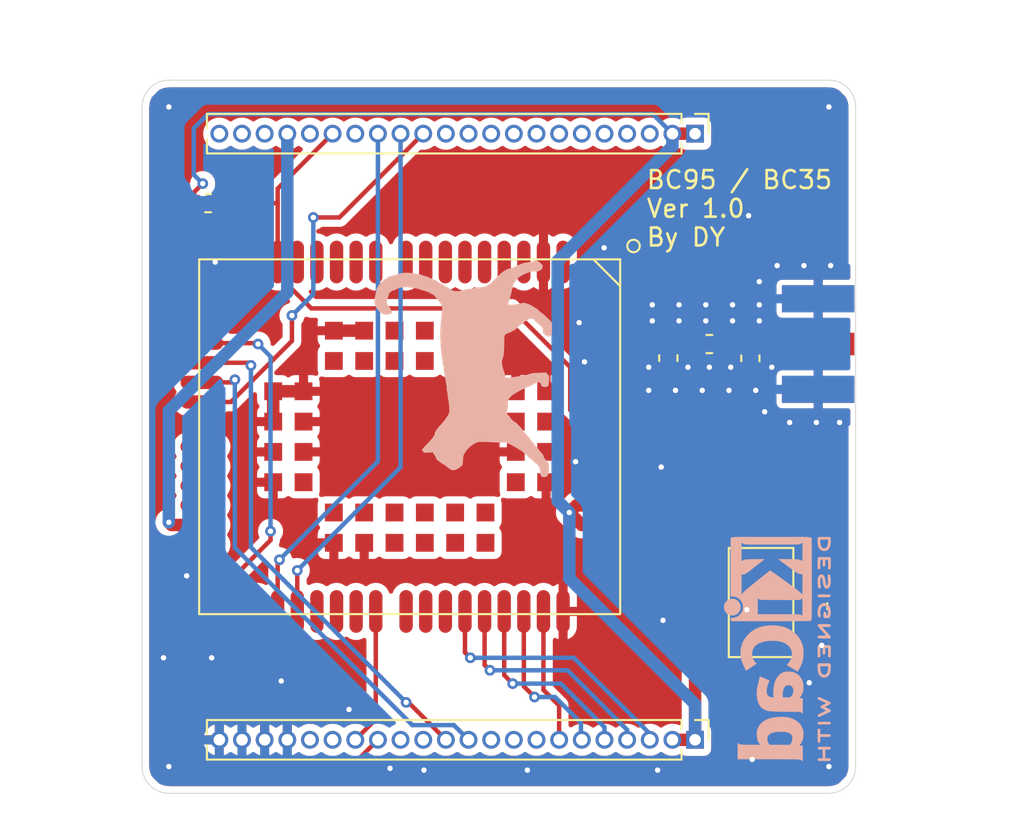
<source format=kicad_pcb>
(kicad_pcb (version 20190905) (host pcbnew "5.99.0-unknown-df3fabf~86~ubuntu18.04.1")
  (layers (0 "F.Cu" signal) (31 "B.Cu" signal) (34 "B.Paste" user) (35 "F.Paste" user) (36 "B.SilkS" user) (37 "F.SilkS" user) (38 "B.Mask" user) (39 "F.Mask" user) (44 "Edge.Cuts" user))
  (net 0 "")
  (net 1 "GND")
  (net 2 "/M_RESET")
  (net 3 "Net-(C2-Pad1)")
  (net 4 "Net-(C3-Pad1)")
  (net 5 "/M_VDD_OUT")
  (net 6 "/M_MAIN_UART_Rx")
  (net 7 "/M_MAIN_UART_Tx")
  (net 8 "/M_ADC")
  (net 9 "+3V3")
  (net 10 "/M_RI")
  (net 11 "/M_NET_LED")
  (net 12 "/M_DBG_UART_Rx")
  (net 13 "/M_DBG_UART_TX")
  (net 14 "/SIM_GND")
  (net 15 "/SIM_CLK")
  (net 16 "/SIM_IO")
  (net 17 "/SIM_RST")
  (net 18 "/V_SIM")
  (module "Symbol:KiCad-Logo2_5mm_SilkScreen" (layer "B.Cu") (at 165.6 111.9 -90)
    (fp_text reference "REF**" hide)
    (fp_text value "KiCad-Logo2_5mm_SilkScreen" hide)
  )
  (module "LTD_Customized:Cat-Logo" (layer "B.Cu") (at 148 96.2 -90)
    (fp_text reference "G***" hide)
    (fp_text value "LOGO" hide)
  )
  (module "LTD_Customized:Quectel_BC95_BC35" (layer "F.Cu") (at 145 100 -90)
    (fp_text reference "U1" hide)
    (fp_text value "BC95")
    (pad "64" smd rect (at 2.55 7.65 180) (size 1 1) (layers "F.Cu" "F.Paste" "F.Mask") (net 1 "GND"))
    (pad "63" smd rect (at 0.85 7.65 180) (size 1 1) (layers "F.Cu" "F.Paste" "F.Mask") (net 1 "GND"))
    (pad "62" smd rect (at -0.85 7.65 180) (size 1 1) (layers "F.Cu" "F.Paste" "F.Mask") (net 1 "GND"))
    (pad "84" smd rect (at 2.55 5.95 180) (size 1 1) (layers "F.Cu" "F.Paste" "F.Mask"))
    (pad "83" smd rect (at 0.85 5.95 180) (size 1 1) (layers "F.Cu" "F.Paste" "F.Mask") (net 1 "GND"))
    (pad "82" smd rect (at -0.85 5.95 180) (size 1 1) (layers "F.Cu" "F.Paste" "F.Mask") (net 1 "GND"))
    (pad "91" smd rect (at 2.55 -5.95) (size 1 1) (layers "F.Cu" "F.Paste" "F.Mask"))
    (pad "92" smd rect (at 0.85 -5.95) (size 1 1) (layers "F.Cu" "F.Paste" "F.Mask") (net 1 "GND"))
    (pad "93" smd rect (at -0.85 -5.95) (size 1 1) (layers "F.Cu" "F.Paste" "F.Mask") (net 1 "GND"))
    (pad "71" smd rect (at 2.55 -7.65) (size 1 1) (layers "F.Cu" "F.Paste" "F.Mask") (net 1 "GND"))
    (pad "72" smd rect (at 0.85 -7.65) (size 1 1) (layers "F.Cu" "F.Paste" "F.Mask") (net 1 "GND"))
    (pad "73" smd rect (at -0.85 -7.65) (size 1 1) (layers "F.Cu" "F.Paste" "F.Mask") (net 1 "GND"))
    (pad "65" smd rect (at 5.95 4.25 90) (size 1 1) (layers "F.Cu" "F.Paste" "F.Mask") (net 1 "GND"))
    (pad "66" smd rect (at 5.95 2.55 90) (size 1 1) (layers "F.Cu" "F.Paste" "F.Mask") (net 1 "GND"))
    (pad "67" smd rect (at 5.95 0.85 90) (size 1 1) (layers "F.Cu" "F.Paste" "F.Mask"))
    (pad "68" smd rect (at 5.95 -0.85 90) (size 1 1) (layers "F.Cu" "F.Paste" "F.Mask"))
    (pad "69" smd rect (at 5.95 -2.55 90) (size 1 1) (layers "F.Cu" "F.Paste" "F.Mask"))
    (pad "85" smd rect (at 4.25 4.25 90) (size 1 1) (layers "F.Cu" "F.Paste" "F.Mask"))
    (pad "86" smd rect (at 4.25 2.55 90) (size 1 1) (layers "F.Cu" "F.Paste" "F.Mask"))
    (pad "87" smd rect (at 4.25 0.85 90) (size 1 1) (layers "F.Cu" "F.Paste" "F.Mask"))
    (pad "88" smd rect (at 4.25 -0.85 90) (size 1 1) (layers "F.Cu" "F.Paste" "F.Mask"))
    (pad "89" smd rect (at 4.25 -2.55 90) (size 1 1) (layers "F.Cu" "F.Paste" "F.Mask"))
    (pad "80" smd rect (at -4.25 4.25 270) (size 1 1) (layers "F.Cu" "F.Paste" "F.Mask"))
    (pad "79" smd rect (at -4.25 2.55 270) (size 1 1) (layers "F.Cu" "F.Paste" "F.Mask"))
    (pad "78" smd rect (at -4.25 0.85 270) (size 1 1) (layers "F.Cu" "F.Paste" "F.Mask"))
    (pad "77" smd rect (at -4.25 -0.85 270) (size 1 1) (layers "F.Cu" "F.Paste" "F.Mask"))
    (pad "76" smd rect (at -4.25 -2.55 270) (size 1 1) (layers "F.Cu" "F.Paste" "F.Mask"))
    (pad "60" smd rect (at -5.95 4.25 270) (size 1 1) (layers "F.Cu" "F.Paste" "F.Mask") (net 1 "GND"))
    (pad "59" smd rect (at -5.95 2.55 270) (size 1 1) (layers "F.Cu" "F.Paste" "F.Mask") (net 1 "GND"))
    (pad "58" smd rect (at -5.95 0.85 270) (size 1 1) (layers "F.Cu" "F.Paste" "F.Mask"))
    (pad "57" smd rect (at -5.95 -0.85 270) (size 1 1) (layers "F.Cu" "F.Paste" "F.Mask"))
    (pad "56" smd rect (at -5.95 -2.55 270) (size 1 1) (layers "F.Cu" "F.Paste" "F.Mask"))
    (pad "81" smd rect (at -2.55 5.95 180) (size 1 1) (layers "F.Cu" "F.Paste" "F.Mask") (net 1 "GND"))
    (pad "61" smd rect (at -2.55 7.65 180) (size 1 1) (layers "F.Cu" "F.Paste" "F.Mask") (net 1 "GND"))
    (pad "90" smd rect (at 4.25 -4.25 90) (size 1 1) (layers "F.Cu" "F.Paste" "F.Mask"))
    (pad "70" smd rect (at 5.95 -4.25 90) (size 1 1) (layers "F.Cu" "F.Paste" "F.Mask"))
    (pad "74" smd rect (at -2.55 -7.65) (size 1 1) (layers "F.Cu" "F.Paste" "F.Mask") (net 1 "GND"))
    (pad "94" smd rect (at -2.55 -5.95) (size 1 1) (layers "F.Cu" "F.Paste" "F.Mask") (net 1 "GND"))
    (pad "55" smd rect (at -5.95 -4.25 270) (size 1 1) (layers "F.Cu" "F.Paste" "F.Mask"))
    (pad "75" smd rect (at -4.25 -4.25 270) (size 1 1) (layers "F.Cu" "F.Paste" "F.Mask"))
    (pad "43" smd oval (at 9.8 -8.6 270) (size 2.4 0.75) (layers "F.Cu" "F.Paste" "F.Mask") (net 1 "GND"))
    (pad "42" smd oval (at 9.8 -7.5 270) (size 2.4 0.75) (layers "F.Cu" "F.Paste" "F.Mask") (net 14 "/SIM_GND"))
    (pad "41" smd oval (at 9.8 -6.4 270) (size 2.4 0.75) (layers "F.Cu" "F.Paste" "F.Mask") (net 15 "/SIM_CLK"))
    (pad "40" smd oval (at 9.8 -5.3 270) (size 2.4 0.75) (layers "F.Cu" "F.Paste" "F.Mask") (net 16 "/SIM_IO"))
    (pad "39" smd oval (at 9.8 -4.2 270) (size 2.4 0.75) (layers "F.Cu" "F.Paste" "F.Mask") (net 17 "/SIM_RST"))
    (pad "38" smd oval (at 9.8 -3.1 270) (size 2.4 0.75) (layers "F.Cu" "F.Paste" "F.Mask") (net 18 "/V_SIM"))
    (pad "37" smd oval (at 9.8 -2 270) (size 2.4 0.75) (layers "F.Cu" "F.Paste" "F.Mask"))
    (pad "36" smd oval (at 9.8 -0.9 270) (size 2.4 0.75) (layers "F.Cu" "F.Paste" "F.Mask"))
    (pad "34" smd oval (at 9.8 1.9 270) (size 2.4 0.75) (layers "F.Cu" "F.Paste" "F.Mask") (net 10 "/M_RI"))
    (pad "33" smd oval (at 9.8 3 270) (size 2.4 0.75) (layers "F.Cu" "F.Paste" "F.Mask"))
    (pad "32" smd oval (at 9.8 4.1 270) (size 2.4 0.75) (layers "F.Cu" "F.Paste" "F.Mask"))
    (pad "31" smd oval (at 9.8 5.2 270) (size 2.4 0.75) (layers "F.Cu" "F.Paste" "F.Mask"))
    (pad "30" smd oval (at 9.8 6.3 270) (size 2.4 0.75) (layers "F.Cu" "F.Paste" "F.Mask") (net 7 "/M_MAIN_UART_Tx"))
    (pad "29" smd oval (at 9.8 7.4 270) (size 2.4 0.75) (layers "F.Cu" "F.Paste" "F.Mask") (net 6 "/M_MAIN_UART_Rx"))
    (pad "22" smd oval (at 0.55 11.65) (size 2.4 0.75) (layers "F.Cu" "F.Paste" "F.Mask"))
    (pad "23" smd oval (at 1.65 11.65) (size 2.4 0.75) (layers "F.Cu" "F.Paste" "F.Mask"))
    (pad "24" smd oval (at 2.75 11.65) (size 2.4 0.75) (layers "F.Cu" "F.Paste" "F.Mask"))
    (pad "25" smd oval (at 3.85 11.65) (size 2.4 0.75) (layers "F.Cu" "F.Paste" "F.Mask"))
    (pad "26" smd oval (at 4.95 11.65) (size 2.4 0.75) (layers "F.Cu" "F.Paste" "F.Mask") (net 5 "/M_VDD_OUT"))
    (pad "50" smd oval (at -1.95 -11.65) (size 2.4 0.75) (layers "F.Cu" "F.Paste" "F.Mask"))
    (pad "51" smd oval (at -3.05 -11.65) (size 2.4 0.75) (layers "F.Cu" "F.Paste" "F.Mask") (net 1 "GND"))
    (pad "52" smd oval (at -4.15 -11.65) (size 2.4 0.75) (layers "F.Cu" "F.Paste" "F.Mask") (net 1 "GND"))
    (pad "53" smd oval (at -5.25 -11.65) (size 2.4 0.75) (layers "F.Cu" "F.Paste" "F.Mask") (net 3 "Net-(C2-Pad1)"))
    (pad "49" smd oval (at 0.55 -11.65) (size 2.4 0.75) (layers "F.Cu" "F.Paste" "F.Mask"))
    (pad "48" smd oval (at 1.65 -11.65) (size 2.4 0.75) (layers "F.Cu" "F.Paste" "F.Mask") (net 1 "GND"))
    (pad "47" smd oval (at 2.75 -11.65) (size 2.4 0.75) (layers "F.Cu" "F.Paste" "F.Mask") (net 1 "GND"))
    (pad "46" smd oval (at 3.85 -11.65) (size 2.4 0.75) (layers "F.Cu" "F.Paste" "F.Mask") (net 9 "+3V3"))
    (pad "45" smd oval (at 4.95 -11.65) (size 2.4 0.75) (layers "F.Cu" "F.Paste" "F.Mask") (net 9 "+3V3"))
    (pad "21" smd oval (at -1.95 11.65) (size 2.4 0.75) (layers "F.Cu" "F.Paste" "F.Mask") (net 8 "/M_ADC"))
    (pad "20" smd oval (at -3.05 11.65) (size 2.4 0.75) (layers "F.Cu" "F.Paste" "F.Mask") (net 13 "/M_DBG_UART_TX"))
    (pad "19" smd oval (at -4.15 11.65) (size 2.4 0.75) (layers "F.Cu" "F.Paste" "F.Mask") (net 12 "/M_DBG_UART_Rx"))
    (pad "18" smd oval (at -5.25 11.65) (size 2.4 0.75) (layers "F.Cu" "F.Paste" "F.Mask") (net 11 "/M_NET_LED"))
    (pad "27" smd oval (at 6.05 11.65) (size 2.4 0.75) (layers "F.Cu" "F.Paste" "F.Mask"))
    (pad "44" smd oval (at 6.05 -11.65) (size 2.4 0.75) (layers "F.Cu" "F.Paste" "F.Mask"))
    (pad "54" smd oval (at -6.35 -11.65) (size 2.4 0.75) (layers "F.Cu" "F.Paste" "F.Mask") (net 1 "GND"))
    (pad "17" smd oval (at -6.35 11.65) (size 2.4 0.75) (layers "F.Cu" "F.Paste" "F.Mask"))
    (pad "28" smd oval (at 9.8 8.5 270) (size 2.4 0.75) (layers "F.Cu" "F.Paste" "F.Mask"))
    (pad "35" smd oval (at 9.8 0.2 270) (size 2.4 0.75) (layers "F.Cu" "F.Paste" "F.Mask"))
    (pad "16" smd oval (at -9.8 8.5 270) (size 2.4 0.75) (layers "F.Cu" "F.Paste" "F.Mask"))
    (pad "15" smd oval (at -9.8 7.4 270) (size 2.4 0.75) (layers "F.Cu" "F.Paste" "F.Mask") (net 2 "/M_RESET"))
    (pad "14" smd oval (at -9.8 6.3 270) (size 2.4 0.75) (layers "F.Cu" "F.Paste" "F.Mask"))
    (pad "13" smd oval (at -9.8 5.2 270) (size 2.4 0.75) (layers "F.Cu" "F.Paste" "F.Mask"))
    (pad "12" smd oval (at -9.8 4.1 270) (size 2.4 0.75) (layers "F.Cu" "F.Paste" "F.Mask"))
    (pad "11" smd oval (at -9.8 3 270) (size 2.4 0.75) (layers "F.Cu" "F.Paste" "F.Mask"))
    (pad "10" smd oval (at -9.8 1.9 270) (size 2.4 0.75) (layers "F.Cu" "F.Paste" "F.Mask"))
    (pad "9" smd oval (at -9.8 0.2 270) (size 2.4 0.75) (layers "F.Cu" "F.Paste" "F.Mask"))
    (pad "8" smd oval (at -9.8 -0.9 270) (size 2.4 0.75) (layers "F.Cu" "F.Paste" "F.Mask"))
    (pad "7" smd oval (at -9.8 -2 270) (size 2.4 0.75) (layers "F.Cu" "F.Paste" "F.Mask"))
    (pad "6" smd oval (at -9.8 -3.1 270) (size 2.4 0.75) (layers "F.Cu" "F.Paste" "F.Mask"))
    (pad "5" smd oval (at -9.8 -4.2 270) (size 2.4 0.75) (layers "F.Cu" "F.Paste" "F.Mask"))
    (pad "4" smd oval (at -9.8 -5.3 270) (size 2.4 0.75) (layers "F.Cu" "F.Paste" "F.Mask"))
    (pad "3" smd oval (at -9.8 -6.4 270) (size 2.4 0.75) (layers "F.Cu" "F.Paste" "F.Mask"))
    (pad "2" smd oval (at -9.8 -7.5 270) (size 2.4 0.75) (layers "F.Cu" "F.Paste" "F.Mask") (net 1 "GND"))
    (pad "1" smd oval (at -9.8 -8.6 270) (size 2.4 0.75) (layers "F.Cu" "F.Paste" "F.Mask"))
  )
  (module "Button_Switch_SMD:SW_SPST_FSMSM" (layer "F.Cu") (at 164.7 109.3 90)
    (fp_text reference "SW1" hide)
    (fp_text value "SW_Push")
    (pad "2" smd rect (at 4.59 0 90) (size 2.18 1.6) (layers "F.Cu" "F.Paste" "F.Mask") (net 2 "/M_RESET"))
    (pad "1" smd rect (at -4.59 0 90) (size 2.18 1.6) (layers "F.Cu" "F.Paste" "F.Mask") (net 1 "GND"))
  )
  (module "Resistor_SMD:R_0603_1608Metric" (layer "F.Cu") (at 133.7 86.9 180)
    (fp_text reference "R2" hide)
    (fp_text value "10k")
    (pad "2" smd roundrect (at 0.7875 0 180) (size 0.875 0.95) (layers "F.Cu" "F.Paste" "F.Mask") (net 9 "+3V3"))
    (pad "1" smd roundrect (at -0.7875 0 180) (size 0.875 0.95) (layers "F.Cu" "F.Paste" "F.Mask") (net 2 "/M_RESET"))
  )
  (module "Resistor_SMD:R_0603_1608Metric" (layer "F.Cu") (at 161.8 94.8 180)
    (fp_text reference "R1" hide)
    (fp_text value "0")
    (pad "2" smd roundrect (at 0.7875 0 180) (size 0.875 0.95) (layers "F.Cu" "F.Paste" "F.Mask") (net 3 "Net-(C2-Pad1)"))
    (pad "1" smd roundrect (at -0.7875 0 180) (size 0.875 0.95) (layers "F.Cu" "F.Paste" "F.Mask") (net 4 "Net-(C3-Pad1)"))
  )
  (module "Connector_PinHeader_1.27mm:PinHeader_1x22_P1.27mm_Vertical" (layer "F.Cu") (at 161 117 -90)
    (fp_text reference "J3" hide)
    (fp_text value "Right_Conn")
    (pad "22" thru_hole oval (at 0 26.67 270) (size 1 1) (drill 0.65) (layers *.Cu *.Mask) (net 1 "GND"))
    (pad "21" thru_hole oval (at 0 25.4 270) (size 1 1) (drill 0.65) (layers *.Cu *.Mask) (net 1 "GND"))
    (pad "20" thru_hole oval (at 0 24.13 270) (size 1 1) (drill 0.65) (layers *.Cu *.Mask) (net 1 "GND"))
    (pad "19" thru_hole oval (at 0 22.86 270) (size 1 1) (drill 0.65) (layers *.Cu *.Mask) (net 1 "GND"))
    (pad "18" thru_hole oval (at 0 21.59 270) (size 1 1) (drill 0.65) (layers *.Cu *.Mask))
    (pad "17" thru_hole oval (at 0 20.32 270) (size 1 1) (drill 0.65) (layers *.Cu *.Mask))
    (pad "16" thru_hole oval (at 0 19.05 270) (size 1 1) (drill 0.65) (layers *.Cu *.Mask) (net 10 "/M_RI"))
    (pad "15" thru_hole oval (at 0 17.78 270) (size 1 1) (drill 0.65) (layers *.Cu *.Mask) (net 11 "/M_NET_LED"))
    (pad "14" thru_hole oval (at 0 16.51 270) (size 1 1) (drill 0.65) (layers *.Cu *.Mask))
    (pad "13" thru_hole oval (at 0 15.24 270) (size 1 1) (drill 0.65) (layers *.Cu *.Mask))
    (pad "12" thru_hole oval (at 0 13.97 270) (size 1 1) (drill 0.65) (layers *.Cu *.Mask) (net 12 "/M_DBG_UART_Rx"))
    (pad "11" thru_hole oval (at 0 12.7 270) (size 1 1) (drill 0.65) (layers *.Cu *.Mask) (net 13 "/M_DBG_UART_TX"))
    (pad "10" thru_hole oval (at 0 11.43 270) (size 1 1) (drill 0.65) (layers *.Cu *.Mask))
    (pad "9" thru_hole oval (at 0 10.16 270) (size 1 1) (drill 0.65) (layers *.Cu *.Mask))
    (pad "8" thru_hole oval (at 0 8.89 270) (size 1 1) (drill 0.65) (layers *.Cu *.Mask))
    (pad "7" thru_hole oval (at 0 7.62 270) (size 1 1) (drill 0.65) (layers *.Cu *.Mask) (net 14 "/SIM_GND"))
    (pad "6" thru_hole oval (at 0 6.35 270) (size 1 1) (drill 0.65) (layers *.Cu *.Mask) (net 15 "/SIM_CLK"))
    (pad "5" thru_hole oval (at 0 5.08 270) (size 1 1) (drill 0.65) (layers *.Cu *.Mask) (net 16 "/SIM_IO"))
    (pad "4" thru_hole oval (at 0 3.81 270) (size 1 1) (drill 0.65) (layers *.Cu *.Mask) (net 17 "/SIM_RST"))
    (pad "3" thru_hole oval (at 0 2.54 270) (size 1 1) (drill 0.65) (layers *.Cu *.Mask) (net 18 "/V_SIM"))
    (pad "2" thru_hole oval (at 0 1.27 270) (size 1 1) (drill 0.65) (layers *.Cu *.Mask) (net 9 "+3V3"))
    (pad "1" thru_hole rect (at 0 0 270) (size 1 1) (drill 0.65) (layers *.Cu *.Mask) (net 9 "+3V3"))
  )
  (module "Connector_PinHeader_1.27mm:PinHeader_1x22_P1.27mm_Vertical" (layer "F.Cu") (at 161 83 -90)
    (fp_text reference "J2" hide)
    (fp_text value "Left_Conn")
    (pad "22" thru_hole oval (at 0 26.67 270) (size 1 1) (drill 0.65) (layers *.Cu *.Mask))
    (pad "21" thru_hole oval (at 0 25.4 270) (size 1 1) (drill 0.65) (layers *.Cu *.Mask))
    (pad "20" thru_hole oval (at 0 24.13 270) (size 1 1) (drill 0.65) (layers *.Cu *.Mask))
    (pad "19" thru_hole oval (at 0 22.86 270) (size 1 1) (drill 0.65) (layers *.Cu *.Mask) (net 5 "/M_VDD_OUT"))
    (pad "18" thru_hole oval (at 0 21.59 270) (size 1 1) (drill 0.65) (layers *.Cu *.Mask))
    (pad "17" thru_hole oval (at 0 20.32 270) (size 1 1) (drill 0.65) (layers *.Cu *.Mask) (net 2 "/M_RESET"))
    (pad "16" thru_hole oval (at 0 19.05 270) (size 1 1) (drill 0.65) (layers *.Cu *.Mask))
    (pad "15" thru_hole oval (at 0 17.78 270) (size 1 1) (drill 0.65) (layers *.Cu *.Mask) (net 6 "/M_MAIN_UART_Rx"))
    (pad "14" thru_hole oval (at 0 16.51 270) (size 1 1) (drill 0.65) (layers *.Cu *.Mask) (net 7 "/M_MAIN_UART_Tx"))
    (pad "13" thru_hole oval (at 0 15.24 270) (size 1 1) (drill 0.65) (layers *.Cu *.Mask) (net 8 "/M_ADC"))
    (pad "12" thru_hole oval (at 0 13.97 270) (size 1 1) (drill 0.65) (layers *.Cu *.Mask))
    (pad "11" thru_hole oval (at 0 12.7 270) (size 1 1) (drill 0.65) (layers *.Cu *.Mask))
    (pad "10" thru_hole oval (at 0 11.43 270) (size 1 1) (drill 0.65) (layers *.Cu *.Mask))
    (pad "9" thru_hole oval (at 0 10.16 270) (size 1 1) (drill 0.65) (layers *.Cu *.Mask))
    (pad "8" thru_hole oval (at 0 8.89 270) (size 1 1) (drill 0.65) (layers *.Cu *.Mask))
    (pad "7" thru_hole oval (at 0 7.62 270) (size 1 1) (drill 0.65) (layers *.Cu *.Mask))
    (pad "6" thru_hole oval (at 0 6.35 270) (size 1 1) (drill 0.65) (layers *.Cu *.Mask))
    (pad "5" thru_hole oval (at 0 5.08 270) (size 1 1) (drill 0.65) (layers *.Cu *.Mask))
    (pad "4" thru_hole oval (at 0 3.81 270) (size 1 1) (drill 0.65) (layers *.Cu *.Mask))
    (pad "3" thru_hole oval (at 0 2.54 270) (size 1 1) (drill 0.65) (layers *.Cu *.Mask))
    (pad "2" thru_hole oval (at 0 1.27 270) (size 1 1) (drill 0.65) (layers *.Cu *.Mask) (net 9 "+3V3"))
    (pad "1" thru_hole rect (at 0 0 270) (size 1 1) (drill 0.65) (layers *.Cu *.Mask) (net 9 "+3V3"))
  )
  (module "LTD_Customized:SMA_Antenna" (layer "F.Cu") (at 169.932 94.8 180)
    (fp_text reference "J1" hide)
    (fp_text value "1865" hide)
    (pad "GND1" smd rect (at 2.032 -2.54 270) (size 1.524 4.064) (layers "F.Cu" "F.Paste" "F.Mask") (net 1 "GND"))
    (pad "GND4" smd rect (at 2.032 2.54 270) (size 1.524 4.064) (layers "F.Cu" "F.Paste" "F.Mask") (net 1 "GND"))
    (pad "P" smd rect (at 2.032 0 270) (size 1.27 4.064) (layers "F.Cu" "F.Paste" "F.Mask") (net 4 "Net-(C3-Pad1)"))
    (pad "GND2" smd rect (at 2.032 -2.54 270) (size 1.524 4.064) (layers "B.Cu" "B.Paste" "B.Mask") (net 1 "GND"))
    (pad "GND3" smd rect (at 2.032 2.54 270) (size 1.524 4.064) (layers "B.Cu" "B.Paste" "B.Mask") (net 1 "GND"))
  )
  (module "Capacitor_SMD:C_0603_1608Metric" (layer "F.Cu") (at 164.1 95.6 -90)
    (fp_text reference "C3" hide)
    (fp_text value "100nF")
    (pad "2" smd roundrect (at 0.7875 0 270) (size 0.875 0.95) (layers "F.Cu" "F.Paste" "F.Mask") (net 1 "GND"))
    (pad "1" smd roundrect (at -0.7875 0 270) (size 0.875 0.95) (layers "F.Cu" "F.Paste" "F.Mask") (net 4 "Net-(C3-Pad1)"))
  )
  (module "Capacitor_SMD:C_0603_1608Metric" (layer "F.Cu") (at 159.5 95.5875 -90)
    (fp_text reference "C2" hide)
    (fp_text value "100nF")
    (pad "2" smd roundrect (at 0.7875 0 270) (size 0.875 0.95) (layers "F.Cu" "F.Paste" "F.Mask") (net 1 "GND"))
    (pad "1" smd roundrect (at -0.7875 0 270) (size 0.875 0.95) (layers "F.Cu" "F.Paste" "F.Mask") (net 3 "Net-(C2-Pad1)"))
  )
  (module "Capacitor_SMD:C_0603_1608Metric" (layer "F.Cu") (at 167.9 109.5 -90)
    (fp_text reference "C1" hide)
    (fp_text value "100nF")
    (pad "2" smd roundrect (at 0.7875 0 270) (size 0.875 0.95) (layers "F.Cu" "F.Paste" "F.Mask") (net 1 "GND"))
    (pad "1" smd roundrect (at -0.7875 0 270) (size 0.875 0.95) (layers "F.Cu" "F.Paste" "F.Mask") (net 2 "/M_RESET"))
  )
  (gr_text "BC95 / BC35\nVer 1.0\nBy DY" (at 158.2 87.2) (layer "F.SilkS") (effects (font (size 1 1)) (justify left)))
  (gr_line (start 170 118.5) (end 170 81.5) (layer "Edge.Cuts") (width 0.05))
  (gr_line (start 131.5 120) (end 168.5 120) (layer "Edge.Cuts") (width 0.05))
  (gr_line (start 130 81.5) (end 130 118.5) (layer "Edge.Cuts") (width 0.05))
  (gr_line (start 168.5 80) (end 131.5 80) (layer "Edge.Cuts") (width 0.05))
  (gr_arc (start 168.5 81.5) (end 170 81.5) (angle -90) (layer "Edge.Cuts") (width 0.05))
  (gr_arc (start 168.5 118.5) (end 168.5 120) (angle -90) (layer "Edge.Cuts") (width 0.05))
  (gr_arc (start 131.5 118.5) (end 130 118.5) (angle -90) (layer "Edge.Cuts") (width 0.05))
  (gr_arc (start 131.5 81.5) (end 131.5 80) (angle -90) (layer "Edge.Cuts") (width 0.05))
  (segment (start 161.0125 94.8) (end 159.5 94.8) (width 1.29) (layer "F.Cu") (net 3))
  (segment (start 167.9 94.8) (end 162.60251 94.8) (width 1.29) (layer "F.Cu") (net 4))
  (segment (start 159.5 94.8) (end 158.4 94.8) (width 1.29) (layer "F.Cu") (net 3))
  (segment (start 158.35 94.75) (end 156.65 94.75) (width 0.8) (layer "F.Cu") (net 3))
  (segment (start 158.4 94.8) (end 158.35 94.75) (width 0.8) (layer "F.Cu") (net 3))
  (segment (start 152.5 109.8) (end 152.5 114.2) (width 0.25) (layer "F.Cu") (net 14))
  (segment (start 153.38 115.08) (end 153.38 117) (width 0.25) (layer "F.Cu") (net 14))
  (segment (start 152.5 114.2) (end 153.38 115.08) (width 0.25) (layer "F.Cu") (net 14))
  (via (at 152 114.6) (size 0.6) (drill 0.3) (layers "F.Cu" "B.Cu") (net 15))
  (segment (start 151.4 109.8) (end 151.4 114) (width 0.25) (layer "F.Cu") (net 15))
  (segment (start 151.4 114) (end 152 114.6) (width 0.25) (layer "F.Cu") (net 15))
  (via (at 150.775 113.848415) (size 0.6) (drill 0.3) (layers "F.Cu" "B.Cu") (net 16))
  (segment (start 153.475521 113.848415) (end 150.775 113.848415) (width 0.25) (layer "B.Cu") (net 16))
  (segment (start 155.92 117) (end 155.92 116.292894) (width 0.25) (layer "B.Cu") (net 16))
  (segment (start 155.92 116.292894) (end 153.475521 113.848415) (width 0.25) (layer "B.Cu") (net 16))
  (segment (start 150.3 113.373415) (end 150.3 109.8) (width 0.25) (layer "F.Cu") (net 16))
  (segment (start 150.775 113.848415) (end 150.3 113.373415) (width 0.25) (layer "F.Cu") (net 16))
  (via (at 149.5 113.1) (size 0.6) (drill 0.3) (layers "F.Cu" "B.Cu") (net 17))
  (segment (start 149.5 113.1) (end 149.2 112.8) (width 0.25) (layer "F.Cu") (net 17))
  (segment (start 149.2 112.8) (end 149.2 109.8) (width 0.25) (layer "F.Cu") (net 17))
  (via (at 148.4 112.4) (size 0.6) (drill 0.3) (layers "F.Cu" "B.Cu") (net 18))
  (segment (start 148.4 112.4) (end 148.1 112.1) (width 0.25) (layer "F.Cu") (net 18))
  (segment (start 148.1 112.1) (end 148.1 109.8) (width 0.25) (layer "F.Cu") (net 18))
  (segment (start 154.2 112.4) (end 148.4 112.4) (width 0.25) (layer "B.Cu") (net 18))
  (segment (start 158.4 116.6) (end 154.2 112.4) (width 0.25) (layer "B.Cu") (net 18))
  (segment (start 158.46 117) (end 158.4 116.94) (width 0.25) (layer "B.Cu") (net 18))
  (segment (start 158.4 116.94) (end 158.4 116.6) (width 0.25) (layer "B.Cu") (net 18))
  (segment (start 154.6 116.95) (end 154.65 117) (width 0.25) (layer "B.Cu") (net 15))
  (segment (start 154.6 116.05) (end 154.6 116.95) (width 0.25) (layer "B.Cu") (net 15))
  (segment (start 152 114.6) (end 153.15 114.6) (width 0.25) (layer "B.Cu") (net 15))
  (segment (start 153.15 114.6) (end 154.6 116.05) (width 0.25) (layer "B.Cu") (net 15))
  (segment (start 153.85 113.1) (end 149.5 113.1) (width 0.25) (layer "B.Cu") (net 17))
  (segment (start 157.19 117) (end 157.19 116.44) (width 0.25) (layer "B.Cu") (net 17))
  (segment (start 157.19 116.44) (end 153.85 113.1) (width 0.25) (layer "B.Cu") (net 17))
  (segment (start 137.6 86.08) (end 140.68 83) (width 0.25) (layer "F.Cu") (net 2))
  (segment (start 134.4875 86.9) (end 137.6 86.9) (width 0.25) (layer "F.Cu") (net 2))
  (segment (start 137.6 90.2) (end 137.6 86.9) (width 0.25) (layer "F.Cu") (net 2))
  (segment (start 137.6 86.9) (end 137.6 86.08) (width 0.25) (layer "F.Cu") (net 2))
  (segment (start 143.1 115.85) (end 143.1 109.8) (width 0.25) (layer "F.Cu") (net 10))
  (segment (start 141.95 117) (end 143.1 115.85) (width 0.25) (layer "F.Cu") (net 10))
  (segment (start 159.73 117) (end 161 117) (width 0.7) (layer "F.Cu") (net 9))
  (segment (start 161 117) (end 161 106.5) (width 0.7) (layer "F.Cu") (net 9))
  (segment (start 159.45 104.95) (end 156.65 104.95) (width 0.7) (layer "F.Cu") (net 9))
  (segment (start 156.65 103.85) (end 158.55 103.85) (width 0.7) (layer "F.Cu") (net 9))
  (segment (start 159.8 105.1) (end 159.8 105.3) (width 0.7) (layer "F.Cu") (net 9))
  (segment (start 158.55 103.85) (end 159.8 105.1) (width 0.7) (layer "F.Cu") (net 9))
  (segment (start 161 106.5) (end 159.8 105.3) (width 0.7) (layer "F.Cu") (net 9))
  (segment (start 159.8 105.3) (end 159.45 104.95) (width 0.7) (layer "F.Cu") (net 9))
  (segment (start 161 83) (end 159.73 83) (width 0.7) (layer "F.Cu") (net 9))
  (segment (start 153.3 90.137106) (end 153.3 103.6) (width 0.7) (layer "B.Cu") (net 9))
  (segment (start 159.73 83) (end 159.73 83.707106) (width 0.7) (layer "B.Cu") (net 9))
  (segment (start 159.73 83.707106) (end 153.3 90.137106) (width 0.7) (layer "B.Cu") (net 9))
  (via (at 138.7 107.5) (size 0.6) (drill 0.3) (layers "F.Cu" "B.Cu") (net 7))
  (segment (start 144.49 83) (end 144.49 101.71) (width 0.25) (layer "B.Cu") (net 7))
  (segment (start 144.49 101.71) (end 138.7 107.5) (width 0.25) (layer "B.Cu") (net 7))
  (segment (start 138.7 107.5) (end 138.7 109.8) (width 0.25) (layer "F.Cu") (net 7))
  (via (at 137.7 106.9) (size 0.6) (drill 0.3) (layers "F.Cu" "B.Cu") (net 6))
  (segment (start 143.22 83) (end 143.22 101.38) (width 0.25) (layer "B.Cu") (net 6))
  (segment (start 143.22 101.38) (end 137.7 106.9) (width 0.25) (layer "B.Cu") (net 6))
  (segment (start 137.6 107) (end 137.6 109.8) (width 0.25) (layer "F.Cu") (net 6))
  (segment (start 137.7 106.9) (end 137.6 107) (width 0.25) (layer "F.Cu") (net 6))
  (via (at 139.6 87.7) (size 0.6) (drill 0.3) (layers "F.Cu" "B.Cu") (net 8))
  (segment (start 145.76 83) (end 141.06 87.7) (width 0.25) (layer "F.Cu") (net 8))
  (segment (start 141.06 87.7) (end 139.6 87.7) (width 0.25) (layer "F.Cu") (net 8))
  (via (at 144.8 114.9) (size 0.6) (drill 0.3) (layers "F.Cu" "B.Cu") (net 12))
  (segment (start 147.03 117) (end 144.93 114.9) (width 0.25) (layer "F.Cu") (net 12))
  (segment (start 144.93 114.9) (end 144.8 114.9) (width 0.25) (layer "F.Cu") (net 12))
  (segment (start 139.6 92) (end 138.4 93.2) (width 0.25) (layer "B.Cu") (net 8))
  (via (at 138.4 93.2) (size 0.6) (drill 0.3) (layers "F.Cu" "B.Cu") (net 8))
  (segment (start 139.6 87.7) (end 139.6 92) (width 0.25) (layer "B.Cu") (net 8))
  (via (at 136.1 96) (size 0.6) (drill 0.3) (layers "F.Cu" "B.Cu") (net 12))
  (segment (start 144.8 114.9) (end 136.1 106.2) (width 0.25) (layer "B.Cu") (net 12))
  (segment (start 135.95 95.85) (end 136.1 96) (width 0.25) (layer "F.Cu") (net 12))
  (segment (start 138.4 94.625004) (end 138.4 93.624264) (width 0.25) (layer "F.Cu") (net 8))
  (segment (start 138.4 93.624264) (end 138.4 93.2) (width 0.25) (layer "F.Cu") (net 8))
  (segment (start 134.975004 98.05) (end 138.4 94.625004) (width 0.25) (layer "F.Cu") (net 8))
  (segment (start 133.35 98.05) (end 134.975004 98.05) (width 0.25) (layer "F.Cu") (net 8))
  (segment (start 136.1 106.2) (end 136.1 96) (width 0.25) (layer "B.Cu") (net 12))
  (segment (start 133.35 95.85) (end 135.95 95.85) (width 0.25) (layer "F.Cu") (net 12))
  (via (at 135.2 96.8) (size 0.6) (drill 0.3) (layers "F.Cu" "B.Cu") (net 13))
  (segment (start 133.35 96.95) (end 135.05 96.95) (width 0.25) (layer "F.Cu") (net 13))
  (segment (start 135.05 96.95) (end 135.2 96.8) (width 0.25) (layer "F.Cu") (net 13))
  (segment (start 147.800001 116.500001) (end 148.3 117) (width 0.25) (layer "B.Cu") (net 13))
  (segment (start 147.474999 116.174999) (end 147.800001 116.500001) (width 0.25) (layer "B.Cu") (net 13))
  (segment (start 145.149997 116.174999) (end 147.474999 116.174999) (width 0.25) (layer "B.Cu") (net 13))
  (segment (start 135.2 106.225002) (end 145.149997 116.174999) (width 0.25) (layer "B.Cu") (net 13))
  (segment (start 135.2 96.8) (end 135.2 106.225002) (width 0.25) (layer "B.Cu") (net 13))
  (via (at 136.5 94.8) (size 0.6) (drill 0.3) (layers "F.Cu" "B.Cu") (net 11))
  (segment (start 133.35 94.75) (end 136.45 94.75) (width 0.25) (layer "F.Cu") (net 11))
  (segment (start 136.45 94.75) (end 136.5 94.8) (width 0.25) (layer "F.Cu") (net 11))
  (segment (start 136.5 94.8) (end 137.2 95.5) (width 0.25) (layer "B.Cu") (net 11))
  (via (at 137.2 105.3) (size 0.6) (drill 0.3) (layers "F.Cu" "B.Cu") (net 11))
  (segment (start 137.2 95.5) (end 137.2 105.3) (width 0.25) (layer "B.Cu") (net 11))
  (via (at 133.4 85.8) (size 0.6) (drill 0.3) (layers "F.Cu" "B.Cu") (net 9))
  (segment (start 132.9125 86.9) (end 132.9125 86.2875) (width 0.25) (layer "F.Cu") (net 9))
  (segment (start 132.9125 86.2875) (end 133.4 85.8) (width 0.25) (layer "F.Cu") (net 9))
  (segment (start 159.230001 82.500001) (end 159.73 83) (width 0.25) (layer "B.Cu") (net 9))
  (segment (start 132.9 82.7) (end 133.7 81.9) (width 0.25) (layer "B.Cu") (net 9))
  (segment (start 158.63 81.9) (end 159.230001 82.500001) (width 0.25) (layer "B.Cu") (net 9))
  (segment (start 133.7 81.9) (end 158.63 81.9) (width 0.25) (layer "B.Cu") (net 9))
  (segment (start 133.4 85.8) (end 132.9 85.3) (width 0.25) (layer "B.Cu") (net 9))
  (segment (start 132.9 85.3) (end 132.9 82.7) (width 0.25) (layer "B.Cu") (net 9))
  (segment (start 142.720001 117.499999) (end 143.22 117) (width 0.25) (layer "F.Cu") (net 11))
  (segment (start 133.8 118.5) (end 141.72 118.5) (width 0.25) (layer "F.Cu") (net 11))
  (segment (start 137.2 105.3) (end 137.2 105.8) (width 0.25) (layer "F.Cu") (net 11))
  (segment (start 141.72 118.5) (end 142.720001 117.499999) (width 0.25) (layer "F.Cu") (net 11))
  (segment (start 137.2 105.8) (end 132.5 110.5) (width 0.25) (layer "F.Cu") (net 11))
  (segment (start 132.5 110.5) (end 132.5 117.2) (width 0.25) (layer "F.Cu") (net 11))
  (segment (start 132.5 117.2) (end 133.8 118.5) (width 0.25) (layer "F.Cu") (net 11))
  (segment (start 137.35 97.45) (end 137.35 99.15) (width 0.7) (layer "F.Cu") (net 1))
  (segment (start 139.05 97.45) (end 137.35 97.45) (width 0.7) (layer "F.Cu") (net 1))
  (segment (start 142.45 94.05) (end 140.75 94.05) (width 0.7) (layer "F.Cu") (net 1))
  (segment (start 138.14 91.901998) (end 131.5 98.541998) (width 0.7) (layer "B.Cu") (net 5))
  (segment (start 138.14 83) (end 138.14 91.901998) (width 0.7) (layer "B.Cu") (net 5))
  (segment (start 131.5 98.541998) (end 131.5 104.8) (width 0.7) (layer "B.Cu") (net 5))
  (via (at 131.5 104.8) (size 0.6) (drill 0.3) (layers "F.Cu" "B.Cu") (net 5))
  (segment (start 131.65 104.95) (end 131.5 104.8) (width 0.7) (layer "F.Cu") (net 5))
  (segment (start 133.35 104.95) (end 131.65 104.95) (width 0.7) (layer "F.Cu") (net 5))
  (segment (start 164.7 105.7) (end 167.7125 108.7125) (width 0.25) (layer "F.Cu") (net 2))
  (segment (start 164.7 102.87) (end 164.7 105.7) (width 0.25) (layer "F.Cu") (net 2))
  (segment (start 167.7125 108.7125) (end 167.9 108.7125) (width 0.25) (layer "F.Cu") (net 2))
  (segment (start 161.33 99.5) (end 164.7 102.87) (width 0.25) (layer "F.Cu") (net 2))
  (segment (start 137.6 90.914963) (end 139.485037 92.8) (width 0.25) (layer "F.Cu") (net 2))
  (segment (start 139.485037 92.8) (end 150.7 92.8) (width 0.25) (layer "F.Cu") (net 2))
  (segment (start 137.6 90.2) (end 137.6 90.914963) (width 0.25) (layer "F.Cu") (net 2))
  (segment (start 150.7 92.8) (end 154 96.1) (width 0.25) (layer "F.Cu") (net 2))
  (segment (start 155 99.5) (end 161.33 99.5) (width 0.25) (layer "F.Cu") (net 2))
  (segment (start 154 96.1) (end 154 98.5) (width 0.25) (layer "F.Cu") (net 2))
  (segment (start 154 98.5) (end 155 99.5) (width 0.25) (layer "F.Cu") (net 2))
  (via (at 168.5 81.5) (size 0.6) (drill 0.3) (layers "F.Cu" "B.Cu") (net 1))
  (via (at 131.5 81.5) (size 0.6) (drill 0.3) (layers "F.Cu" "B.Cu") (net 1))
  (via (at 131.5 118.5) (size 0.6) (drill 0.3) (layers "F.Cu" "B.Cu") (net 1))
  (via (at 168.5 118.5) (size 0.6) (drill 0.3) (layers "F.Cu" "B.Cu") (net 1))
  (via (at 153.95 104.25) (size 0.6) (drill 0.3) (layers "F.Cu" "B.Cu") (net 9))
  (segment (start 154.35 103.85) (end 153.95 104.25) (width 0.7) (layer "F.Cu") (net 9))
  (segment (start 156.65 103.85) (end 154.35 103.85) (width 0.7) (layer "F.Cu") (net 9))
  (segment (start 153.3 103.6) (end 153.95 104.25) (width 0.7) (layer "B.Cu") (net 9))
  (segment (start 154.65 104.95) (end 153.95 104.25) (width 0.7) (layer "F.Cu") (net 9))
  (segment (start 156.65 104.95) (end 154.65 104.95) (width 0.7) (layer "F.Cu") (net 9))
  (segment (start 161 115) (end 161 117) (width 0.7) (layer "B.Cu") (net 9))
  (segment (start 153.95 104.25) (end 153.95 107.95) (width 0.7) (layer "B.Cu") (net 9))
  (segment (start 153.95 107.95) (end 161 115) (width 0.7) (layer "B.Cu") (net 9))
  (via (at 158.6 93.5) (size 0.6) (drill 0.3) (layers "F.Cu" "B.Cu") (net 1))
  (via (at 158.4 96.1) (size 0.6) (drill 0.3) (layers "F.Cu" "B.Cu") (net 1))
  (via (at 160.6 96.1) (size 0.6) (drill 0.3) (layers "F.Cu" "B.Cu") (net 1))
  (via (at 161.8 96.1) (size 0.6) (drill 0.3) (layers "F.Cu" "B.Cu") (net 1))
  (via (at 163 96.1) (size 0.6) (drill 0.3) (layers "F.Cu" "B.Cu") (net 1))
  (via (at 165.3 96.1) (size 0.6) (drill 0.3) (layers "F.Cu" "B.Cu") (net 1))
  (via (at 160.1 93.5) (size 0.6) (drill 0.3) (layers "F.Cu" "B.Cu") (net 1))
  (via (at 161.6 93.5) (size 0.6) (drill 0.3) (layers "F.Cu" "B.Cu") (net 1))
  (via (at 163.1 93.5) (size 0.6) (drill 0.3) (layers "F.Cu" "B.Cu") (net 1))
  (via (at 164.6 93.5) (size 0.6) (drill 0.3) (layers "F.Cu" "B.Cu") (net 1))
  (via (at 158.6 92.6) (size 0.6) (drill 0.3) (layers "F.Cu" "B.Cu") (net 1))
  (via (at 160.1 92.6) (size 0.6) (drill 0.3) (layers "F.Cu" "B.Cu") (net 1))
  (via (at 161.6 92.6) (size 0.6) (drill 0.3) (layers "F.Cu" "B.Cu") (net 1))
  (via (at 163.1 92.6) (size 0.6) (drill 0.3) (layers "F.Cu" "B.Cu") (net 1))
  (via (at 164.6 92.6) (size 0.6) (drill 0.3) (layers "F.Cu" "B.Cu") (net 1))
  (via (at 158.4 97.4) (size 0.6) (drill 0.3) (layers "F.Cu" "B.Cu") (net 1))
  (via (at 159.9 97.4) (size 0.6) (drill 0.3) (layers "F.Cu" "B.Cu") (net 1))
  (via (at 161.4 97.4) (size 0.6) (drill 0.3) (layers "F.Cu" "B.Cu") (net 1))
  (via (at 162.9 97.4) (size 0.6) (drill 0.3) (layers "F.Cu" "B.Cu") (net 1))
  (via (at 164.4 97.4) (size 0.6) (drill 0.3) (layers "F.Cu" "B.Cu") (net 1))
  (via (at 133.9 112.4) (size 0.6) (drill 0.3) (layers "F.Cu" "B.Cu") (net 1))
  (via (at 141.6 115.3) (size 0.6) (drill 0.3) (layers "F.Cu" "B.Cu") (net 1))
  (via (at 143.9 118.6) (size 0.6) (drill 0.3) (layers "F.Cu" "B.Cu") (net 1))
  (via (at 131.2 112.4) (size 0.6) (drill 0.3) (layers "F.Cu" "B.Cu") (net 1))
  (via (at 132.5 107.8) (size 0.6) (drill 0.3) (layers "F.Cu" "B.Cu") (net 1))
  (via (at 155.9 89.4) (size 0.6) (drill 0.3) (layers "F.Cu" "B.Cu") (net 1))
  (via (at 154.5 93.6) (size 0.6) (drill 0.3) (layers "F.Cu" "B.Cu") (net 1))
  (via (at 154.8 95.8) (size 0.6) (drill 0.3) (layers "F.Cu" "B.Cu") (net 1))
  (via (at 159.1 101.7) (size 0.6) (drill 0.3) (layers "F.Cu" "B.Cu") (net 1))
  (via (at 154.3 101.4) (size 0.6) (drill 0.3) (layers "F.Cu" "B.Cu") (net 1))
  (via (at 159.2 110.3) (size 0.6) (drill 0.3) (layers "F.Cu" "B.Cu") (net 1))
  (via (at 167.4 113.8) (size 0.6) (drill 0.3) (layers "F.Cu" "B.Cu") (net 1))
  (via (at 168.1 111.7) (size 0.6) (drill 0.3) (layers "F.Cu" "B.Cu") (net 1))
  (via (at 145.8 118.7) (size 0.6) (drill 0.3) (layers "F.Cu" "B.Cu") (net 1))
  (via (at 137.8 113.7) (size 0.6) (drill 0.3) (layers "F.Cu" "B.Cu") (net 1))
  (via (at 164.2 118.1) (size 0.6) (drill 0.3) (layers "F.Cu" "B.Cu") (net 1))
  (via (at 163.9 109.7) (size 0.6) (drill 0.3) (layers "F.Cu" "B.Cu") (net 1))
  (via (at 164 87.6) (size 0.6) (drill 0.3) (layers "F.Cu" "B.Cu") (net 1))
  (via (at 168.6 90.4) (size 0.6) (drill 0.3) (layers "F.Cu" "B.Cu") (net 1))
  (via (at 167.1 90.4) (size 0.6) (drill 0.3) (layers "F.Cu" "B.Cu") (net 1))
  (via (at 165.6 90.4) (size 0.6) (drill 0.3) (layers "F.Cu" "B.Cu") (net 1))
  (via (at 164.6 91.3) (size 0.6) (drill 0.3) (layers "F.Cu" "B.Cu") (net 1))
  (via (at 164.9 98.6) (size 0.6) (drill 0.3) (layers "F.Cu" "B.Cu") (net 1))
  (via (at 166.3 99.2) (size 0.6) (drill 0.3) (layers "F.Cu" "B.Cu") (net 1))
  (via (at 167.8 99.2) (size 0.6) (drill 0.3) (layers "F.Cu" "B.Cu") (net 1))
  (via (at 169.1 99.2) (size 0.6) (drill 0.3) (layers "F.Cu" "B.Cu") (net 1))
  (via (at 134.1 90.2) (size 0.6) (drill 0.3) (layers "F.Cu" "B.Cu") (net 1))
  (via (at 158.9 118.7) (size 0.6) (drill 0.3) (layers "F.Cu" "B.Cu") (net 1))
  (via (at 151.6 118.7) (size 0.6) (drill 0.3) (layers "F.Cu" "B.Cu") (net 1))
  (zone (net 1) (net_name "GND") (layer "F.Cu") (connect_pads (clearance 0.4)) (min_thickness 0.254) (fill yes (thermal_gap 0.4) (thermal_bridge_width 0.508))
    (polygon (pts (xy 131.5 80) (xy 130 81.5) (xy 130 118.5) (xy 131.5 120) (xy 168.5 120) (xy 170 118.5) (xy 170 98.3) (xy 154 98.4) (xy 154 91.3) (xy 170 91.3) (xy 170 81.5) (xy 168.5 80)))
  )
  (zone (net 1) (net_name "GND") (layer "B.Cu") (connect_pads (clearance 0.4)) (min_thickness 0.254) (fill yes (thermal_gap 0.4) (thermal_bridge_width 0.508))
    (polygon (pts (xy 131.5 80) (xy 130 81.5) (xy 130 118.5) (xy 131.5 120) (xy 168.5 120) (xy 170 118.5) (xy 170 98.3) (xy 154 98.4) (xy 154 91.3) (xy 170 91.3) (xy 170 81.5) (xy 168.5 80)))
  )
  (zone (net 1) (net_name "GND") (layer "B.Cu") (connect_pads (clearance 0.3)) (min_thickness 0.254) (fill yes (thermal_gap 0.3) (thermal_bridge_width 0.508))
    (polygon (pts (xy 170 90.3) (xy 153 90.3) (xy 153 99.4) (xy 170 99.4)))
  )
  (zone (net 1) (net_name "GND") (layer "F.Cu") (connect_pads (clearance 0.3)) (min_thickness 0.254) (fill yes (thermal_gap 0.3) (thermal_bridge_width 0.508))
    (polygon (pts (xy 153 90.3) (xy 170 90.3) (xy 170 99.4) (xy 153.1 99.4)))
  )
)
</source>
